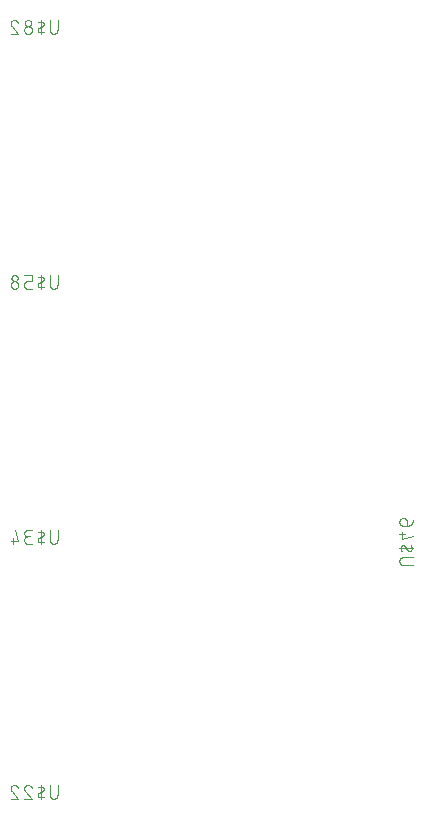
<source format=gbr>
G04 EAGLE Gerber X2 export*
%TF.Part,Single*%
%TF.FileFunction,Legend,Bot,1*%
%TF.FilePolarity,Positive*%
%TF.GenerationSoftware,Autodesk,EAGLE,9.2.2*%
%TF.CreationDate,2019-04-19T13:45:25Z*%
G75*
%MOMM*%
%FSLAX34Y34*%
%LPD*%
%INSilkscreen Bottom*%
%AMOC8*
5,1,8,0,0,1.08239X$1,22.5*%
G01*
%ADD10C,0.101600*%


D10*
X387417Y174118D02*
X387417Y165680D01*
X387418Y165680D02*
X387416Y165567D01*
X387410Y165454D01*
X387400Y165341D01*
X387386Y165228D01*
X387369Y165116D01*
X387347Y165005D01*
X387322Y164895D01*
X387292Y164785D01*
X387259Y164677D01*
X387222Y164570D01*
X387182Y164464D01*
X387137Y164360D01*
X387089Y164257D01*
X387038Y164156D01*
X386983Y164057D01*
X386925Y163960D01*
X386863Y163865D01*
X386798Y163772D01*
X386730Y163682D01*
X386659Y163594D01*
X386584Y163508D01*
X386507Y163425D01*
X386427Y163345D01*
X386344Y163268D01*
X386258Y163193D01*
X386170Y163122D01*
X386080Y163054D01*
X385987Y162989D01*
X385892Y162927D01*
X385795Y162869D01*
X385696Y162814D01*
X385595Y162763D01*
X385492Y162715D01*
X385388Y162670D01*
X385282Y162630D01*
X385175Y162593D01*
X385067Y162560D01*
X384957Y162530D01*
X384847Y162505D01*
X384736Y162483D01*
X384624Y162466D01*
X384511Y162452D01*
X384398Y162442D01*
X384285Y162436D01*
X384172Y162434D01*
X384059Y162436D01*
X383946Y162442D01*
X383833Y162452D01*
X383720Y162466D01*
X383608Y162483D01*
X383497Y162505D01*
X383387Y162530D01*
X383277Y162560D01*
X383169Y162593D01*
X383062Y162630D01*
X382956Y162670D01*
X382852Y162715D01*
X382749Y162763D01*
X382648Y162814D01*
X382549Y162869D01*
X382452Y162927D01*
X382357Y162989D01*
X382264Y163054D01*
X382174Y163122D01*
X382086Y163193D01*
X382000Y163268D01*
X381917Y163345D01*
X381837Y163425D01*
X381760Y163508D01*
X381685Y163594D01*
X381614Y163682D01*
X381546Y163772D01*
X381481Y163865D01*
X381419Y163960D01*
X381361Y164057D01*
X381306Y164156D01*
X381255Y164257D01*
X381207Y164360D01*
X381162Y164464D01*
X381122Y164570D01*
X381085Y164677D01*
X381052Y164785D01*
X381022Y164895D01*
X380997Y165005D01*
X380975Y165116D01*
X380958Y165228D01*
X380944Y165341D01*
X380934Y165454D01*
X380928Y165567D01*
X380926Y165680D01*
X380926Y174118D01*
X373123Y174118D02*
X373123Y162434D01*
X373123Y168276D02*
X374746Y169250D01*
X374746Y169249D02*
X374819Y169296D01*
X374890Y169345D01*
X374960Y169398D01*
X375026Y169454D01*
X375090Y169513D01*
X375152Y169574D01*
X375210Y169638D01*
X375266Y169705D01*
X375318Y169774D01*
X375368Y169846D01*
X375414Y169920D01*
X375457Y169995D01*
X375496Y170073D01*
X375532Y170152D01*
X375564Y170233D01*
X375593Y170315D01*
X375618Y170398D01*
X375639Y170482D01*
X375656Y170567D01*
X375670Y170653D01*
X375679Y170739D01*
X375685Y170826D01*
X375687Y170913D01*
X375685Y171000D01*
X375679Y171087D01*
X375669Y171173D01*
X375656Y171259D01*
X375638Y171344D01*
X375617Y171428D01*
X375592Y171511D01*
X375563Y171594D01*
X375531Y171674D01*
X375495Y171753D01*
X375456Y171831D01*
X375413Y171906D01*
X375366Y171980D01*
X375317Y172051D01*
X375264Y172121D01*
X375209Y172187D01*
X375150Y172251D01*
X375089Y172313D01*
X375024Y172372D01*
X374958Y172427D01*
X374889Y172480D01*
X374817Y172530D01*
X374744Y172576D01*
X374668Y172619D01*
X374591Y172658D01*
X374512Y172694D01*
X374431Y172727D01*
X374349Y172755D01*
X374266Y172781D01*
X374182Y172802D01*
X374096Y172819D01*
X374096Y172820D02*
X373956Y172844D01*
X373814Y172864D01*
X373673Y172880D01*
X373531Y172891D01*
X373388Y172899D01*
X373246Y172903D01*
X373103Y172904D01*
X372960Y172900D01*
X372818Y172892D01*
X372676Y172880D01*
X372534Y172864D01*
X372393Y172845D01*
X372252Y172821D01*
X372112Y172794D01*
X371973Y172762D01*
X371835Y172727D01*
X371697Y172688D01*
X371561Y172645D01*
X371427Y172599D01*
X371293Y172548D01*
X371161Y172495D01*
X371031Y172437D01*
X370902Y172376D01*
X370775Y172311D01*
X370649Y172243D01*
X370526Y172171D01*
X373123Y168276D02*
X371500Y167302D01*
X371500Y167303D02*
X371427Y167256D01*
X371356Y167207D01*
X371286Y167154D01*
X371220Y167098D01*
X371156Y167039D01*
X371094Y166978D01*
X371036Y166914D01*
X370980Y166847D01*
X370928Y166778D01*
X370878Y166706D01*
X370832Y166632D01*
X370789Y166557D01*
X370750Y166479D01*
X370714Y166400D01*
X370682Y166319D01*
X370653Y166237D01*
X370628Y166154D01*
X370607Y166070D01*
X370590Y165985D01*
X370576Y165899D01*
X370567Y165813D01*
X370561Y165726D01*
X370559Y165639D01*
X370561Y165552D01*
X370567Y165465D01*
X370577Y165379D01*
X370590Y165293D01*
X370608Y165208D01*
X370629Y165124D01*
X370654Y165041D01*
X370683Y164958D01*
X370715Y164878D01*
X370751Y164799D01*
X370790Y164721D01*
X370833Y164646D01*
X370880Y164572D01*
X370929Y164501D01*
X370982Y164431D01*
X371037Y164365D01*
X371096Y164301D01*
X371157Y164239D01*
X371222Y164180D01*
X371288Y164125D01*
X371357Y164072D01*
X371429Y164022D01*
X371502Y163976D01*
X371578Y163933D01*
X371655Y163894D01*
X371734Y163858D01*
X371815Y163825D01*
X371897Y163797D01*
X371980Y163771D01*
X372064Y163750D01*
X372149Y163733D01*
X372149Y163732D02*
X372289Y163708D01*
X372431Y163688D01*
X372572Y163672D01*
X372714Y163661D01*
X372857Y163653D01*
X372999Y163649D01*
X373142Y163648D01*
X373285Y163652D01*
X373427Y163660D01*
X373569Y163672D01*
X373711Y163688D01*
X373852Y163707D01*
X373993Y163731D01*
X374133Y163758D01*
X374272Y163790D01*
X374410Y163825D01*
X374548Y163864D01*
X374684Y163907D01*
X374818Y163953D01*
X374952Y164004D01*
X375084Y164057D01*
X375215Y164115D01*
X375343Y164176D01*
X375470Y164241D01*
X375596Y164309D01*
X375719Y164381D01*
X362130Y174118D02*
X362023Y174116D01*
X361917Y174110D01*
X361811Y174100D01*
X361705Y174087D01*
X361599Y174069D01*
X361495Y174048D01*
X361391Y174023D01*
X361288Y173994D01*
X361187Y173962D01*
X361087Y173925D01*
X360988Y173885D01*
X360890Y173842D01*
X360794Y173795D01*
X360700Y173744D01*
X360608Y173690D01*
X360518Y173633D01*
X360430Y173573D01*
X360345Y173509D01*
X360262Y173442D01*
X360181Y173372D01*
X360103Y173300D01*
X360027Y173224D01*
X359955Y173146D01*
X359885Y173065D01*
X359818Y172982D01*
X359754Y172897D01*
X359694Y172809D01*
X359637Y172719D01*
X359583Y172627D01*
X359532Y172533D01*
X359485Y172437D01*
X359442Y172339D01*
X359402Y172240D01*
X359365Y172140D01*
X359333Y172039D01*
X359304Y171936D01*
X359279Y171832D01*
X359258Y171728D01*
X359240Y171622D01*
X359227Y171516D01*
X359217Y171410D01*
X359211Y171304D01*
X359209Y171197D01*
X362130Y174118D02*
X362251Y174116D01*
X362372Y174110D01*
X362492Y174100D01*
X362613Y174087D01*
X362732Y174069D01*
X362852Y174048D01*
X362970Y174023D01*
X363087Y173994D01*
X363204Y173961D01*
X363319Y173925D01*
X363433Y173884D01*
X363546Y173841D01*
X363658Y173793D01*
X363767Y173742D01*
X363875Y173687D01*
X363982Y173629D01*
X364086Y173568D01*
X364188Y173503D01*
X364288Y173435D01*
X364386Y173364D01*
X364482Y173290D01*
X364575Y173213D01*
X364665Y173132D01*
X364753Y173049D01*
X364838Y172963D01*
X364921Y172874D01*
X365000Y172783D01*
X365077Y172689D01*
X365150Y172593D01*
X365220Y172495D01*
X365287Y172394D01*
X365351Y172291D01*
X365412Y172186D01*
X365469Y172079D01*
X365522Y171971D01*
X365572Y171861D01*
X365618Y171749D01*
X365661Y171636D01*
X365700Y171521D01*
X360184Y168925D02*
X360105Y169003D01*
X360029Y169083D01*
X359956Y169166D01*
X359886Y169252D01*
X359819Y169339D01*
X359755Y169430D01*
X359695Y169522D01*
X359637Y169616D01*
X359583Y169713D01*
X359533Y169811D01*
X359486Y169911D01*
X359442Y170012D01*
X359402Y170115D01*
X359366Y170220D01*
X359334Y170325D01*
X359305Y170432D01*
X359280Y170539D01*
X359258Y170648D01*
X359241Y170757D01*
X359227Y170866D01*
X359218Y170976D01*
X359212Y171087D01*
X359210Y171197D01*
X360183Y168925D02*
X365700Y162434D01*
X359209Y162434D01*
X347779Y171197D02*
X347781Y171304D01*
X347787Y171410D01*
X347797Y171516D01*
X347810Y171622D01*
X347828Y171728D01*
X347849Y171832D01*
X347874Y171936D01*
X347903Y172039D01*
X347935Y172140D01*
X347972Y172240D01*
X348012Y172339D01*
X348055Y172437D01*
X348102Y172533D01*
X348153Y172627D01*
X348207Y172719D01*
X348264Y172809D01*
X348324Y172897D01*
X348388Y172982D01*
X348455Y173065D01*
X348525Y173146D01*
X348597Y173224D01*
X348673Y173300D01*
X348751Y173372D01*
X348832Y173442D01*
X348915Y173509D01*
X349000Y173573D01*
X349088Y173633D01*
X349178Y173690D01*
X349270Y173744D01*
X349364Y173795D01*
X349460Y173842D01*
X349558Y173885D01*
X349657Y173925D01*
X349757Y173962D01*
X349858Y173994D01*
X349961Y174023D01*
X350065Y174048D01*
X350169Y174069D01*
X350275Y174087D01*
X350381Y174100D01*
X350487Y174110D01*
X350593Y174116D01*
X350700Y174118D01*
X350821Y174116D01*
X350942Y174110D01*
X351062Y174100D01*
X351183Y174087D01*
X351302Y174069D01*
X351422Y174048D01*
X351540Y174023D01*
X351657Y173994D01*
X351774Y173961D01*
X351889Y173925D01*
X352003Y173884D01*
X352116Y173841D01*
X352228Y173793D01*
X352337Y173742D01*
X352445Y173687D01*
X352552Y173629D01*
X352656Y173568D01*
X352758Y173503D01*
X352858Y173435D01*
X352956Y173364D01*
X353052Y173290D01*
X353145Y173213D01*
X353235Y173132D01*
X353323Y173049D01*
X353408Y172963D01*
X353491Y172874D01*
X353570Y172783D01*
X353647Y172689D01*
X353720Y172593D01*
X353790Y172495D01*
X353857Y172394D01*
X353921Y172291D01*
X353982Y172186D01*
X354039Y172079D01*
X354092Y171971D01*
X354142Y171861D01*
X354188Y171749D01*
X354231Y171636D01*
X354270Y171521D01*
X348754Y168925D02*
X348675Y169003D01*
X348599Y169083D01*
X348526Y169166D01*
X348456Y169252D01*
X348389Y169339D01*
X348325Y169430D01*
X348265Y169522D01*
X348207Y169616D01*
X348153Y169713D01*
X348103Y169811D01*
X348056Y169911D01*
X348012Y170012D01*
X347972Y170115D01*
X347936Y170220D01*
X347904Y170325D01*
X347875Y170432D01*
X347850Y170539D01*
X347828Y170648D01*
X347811Y170757D01*
X347797Y170866D01*
X347788Y170976D01*
X347782Y171087D01*
X347780Y171197D01*
X348753Y168925D02*
X354270Y162434D01*
X347779Y162434D01*
X387417Y381580D02*
X387417Y390018D01*
X387418Y381580D02*
X387416Y381467D01*
X387410Y381354D01*
X387400Y381241D01*
X387386Y381128D01*
X387369Y381016D01*
X387347Y380905D01*
X387322Y380795D01*
X387292Y380685D01*
X387259Y380577D01*
X387222Y380470D01*
X387182Y380364D01*
X387137Y380260D01*
X387089Y380157D01*
X387038Y380056D01*
X386983Y379957D01*
X386925Y379860D01*
X386863Y379765D01*
X386798Y379672D01*
X386730Y379582D01*
X386659Y379494D01*
X386584Y379408D01*
X386507Y379325D01*
X386427Y379245D01*
X386344Y379168D01*
X386258Y379093D01*
X386170Y379022D01*
X386080Y378954D01*
X385987Y378889D01*
X385892Y378827D01*
X385795Y378769D01*
X385696Y378714D01*
X385595Y378663D01*
X385492Y378615D01*
X385388Y378570D01*
X385282Y378530D01*
X385175Y378493D01*
X385067Y378460D01*
X384957Y378430D01*
X384847Y378405D01*
X384736Y378383D01*
X384624Y378366D01*
X384511Y378352D01*
X384398Y378342D01*
X384285Y378336D01*
X384172Y378334D01*
X384059Y378336D01*
X383946Y378342D01*
X383833Y378352D01*
X383720Y378366D01*
X383608Y378383D01*
X383497Y378405D01*
X383387Y378430D01*
X383277Y378460D01*
X383169Y378493D01*
X383062Y378530D01*
X382956Y378570D01*
X382852Y378615D01*
X382749Y378663D01*
X382648Y378714D01*
X382549Y378769D01*
X382452Y378827D01*
X382357Y378889D01*
X382264Y378954D01*
X382174Y379022D01*
X382086Y379093D01*
X382000Y379168D01*
X381917Y379245D01*
X381837Y379325D01*
X381760Y379408D01*
X381685Y379494D01*
X381614Y379582D01*
X381546Y379672D01*
X381481Y379765D01*
X381419Y379860D01*
X381361Y379957D01*
X381306Y380056D01*
X381255Y380157D01*
X381207Y380260D01*
X381162Y380364D01*
X381122Y380470D01*
X381085Y380577D01*
X381052Y380685D01*
X381022Y380795D01*
X380997Y380905D01*
X380975Y381016D01*
X380958Y381128D01*
X380944Y381241D01*
X380934Y381354D01*
X380928Y381467D01*
X380926Y381580D01*
X380926Y390018D01*
X373123Y390018D02*
X373123Y378334D01*
X373123Y384176D02*
X374746Y385150D01*
X374746Y385149D02*
X374819Y385196D01*
X374890Y385245D01*
X374960Y385298D01*
X375026Y385354D01*
X375090Y385413D01*
X375152Y385474D01*
X375210Y385538D01*
X375266Y385605D01*
X375318Y385674D01*
X375368Y385746D01*
X375414Y385820D01*
X375457Y385895D01*
X375496Y385973D01*
X375532Y386052D01*
X375564Y386133D01*
X375593Y386215D01*
X375618Y386298D01*
X375639Y386382D01*
X375656Y386467D01*
X375670Y386553D01*
X375679Y386639D01*
X375685Y386726D01*
X375687Y386813D01*
X375685Y386900D01*
X375679Y386987D01*
X375669Y387073D01*
X375656Y387159D01*
X375638Y387244D01*
X375617Y387328D01*
X375592Y387411D01*
X375563Y387494D01*
X375531Y387574D01*
X375495Y387653D01*
X375456Y387731D01*
X375413Y387806D01*
X375366Y387880D01*
X375317Y387951D01*
X375264Y388021D01*
X375209Y388087D01*
X375150Y388151D01*
X375089Y388213D01*
X375024Y388272D01*
X374958Y388327D01*
X374889Y388380D01*
X374817Y388430D01*
X374744Y388476D01*
X374668Y388519D01*
X374591Y388558D01*
X374512Y388594D01*
X374431Y388627D01*
X374349Y388655D01*
X374266Y388681D01*
X374182Y388702D01*
X374096Y388719D01*
X374096Y388720D02*
X373956Y388744D01*
X373814Y388764D01*
X373673Y388780D01*
X373531Y388791D01*
X373388Y388799D01*
X373246Y388803D01*
X373103Y388804D01*
X372960Y388800D01*
X372818Y388792D01*
X372676Y388780D01*
X372534Y388764D01*
X372393Y388745D01*
X372252Y388721D01*
X372112Y388694D01*
X371973Y388662D01*
X371835Y388627D01*
X371697Y388588D01*
X371561Y388545D01*
X371427Y388499D01*
X371293Y388448D01*
X371161Y388395D01*
X371031Y388337D01*
X370902Y388276D01*
X370775Y388211D01*
X370649Y388143D01*
X370526Y388071D01*
X373123Y384176D02*
X371500Y383202D01*
X371500Y383203D02*
X371427Y383156D01*
X371356Y383107D01*
X371286Y383054D01*
X371220Y382998D01*
X371156Y382939D01*
X371094Y382878D01*
X371036Y382814D01*
X370980Y382747D01*
X370928Y382678D01*
X370878Y382606D01*
X370832Y382532D01*
X370789Y382457D01*
X370750Y382379D01*
X370714Y382300D01*
X370682Y382219D01*
X370653Y382137D01*
X370628Y382054D01*
X370607Y381970D01*
X370590Y381885D01*
X370576Y381799D01*
X370567Y381713D01*
X370561Y381626D01*
X370559Y381539D01*
X370561Y381452D01*
X370567Y381365D01*
X370577Y381279D01*
X370590Y381193D01*
X370608Y381108D01*
X370629Y381024D01*
X370654Y380941D01*
X370683Y380858D01*
X370715Y380778D01*
X370751Y380699D01*
X370790Y380621D01*
X370833Y380546D01*
X370880Y380472D01*
X370929Y380401D01*
X370982Y380331D01*
X371037Y380265D01*
X371096Y380201D01*
X371157Y380139D01*
X371222Y380080D01*
X371288Y380025D01*
X371357Y379972D01*
X371429Y379922D01*
X371502Y379876D01*
X371578Y379833D01*
X371655Y379794D01*
X371734Y379758D01*
X371815Y379725D01*
X371897Y379697D01*
X371980Y379671D01*
X372064Y379650D01*
X372149Y379633D01*
X372149Y379632D02*
X372289Y379608D01*
X372431Y379588D01*
X372572Y379572D01*
X372714Y379561D01*
X372857Y379553D01*
X372999Y379549D01*
X373142Y379548D01*
X373285Y379552D01*
X373427Y379560D01*
X373569Y379572D01*
X373711Y379588D01*
X373852Y379607D01*
X373993Y379631D01*
X374133Y379658D01*
X374272Y379690D01*
X374410Y379725D01*
X374548Y379764D01*
X374684Y379807D01*
X374818Y379853D01*
X374952Y379904D01*
X375084Y379957D01*
X375215Y380015D01*
X375343Y380076D01*
X375470Y380141D01*
X375596Y380209D01*
X375719Y380281D01*
X365700Y378334D02*
X362455Y378334D01*
X362342Y378336D01*
X362229Y378342D01*
X362116Y378352D01*
X362003Y378366D01*
X361891Y378383D01*
X361780Y378405D01*
X361670Y378430D01*
X361560Y378460D01*
X361452Y378493D01*
X361345Y378530D01*
X361239Y378570D01*
X361135Y378615D01*
X361032Y378663D01*
X360931Y378714D01*
X360832Y378769D01*
X360735Y378827D01*
X360640Y378889D01*
X360547Y378954D01*
X360457Y379022D01*
X360369Y379093D01*
X360283Y379168D01*
X360200Y379245D01*
X360120Y379325D01*
X360043Y379408D01*
X359968Y379494D01*
X359897Y379582D01*
X359829Y379672D01*
X359764Y379765D01*
X359702Y379860D01*
X359644Y379957D01*
X359589Y380056D01*
X359538Y380157D01*
X359490Y380260D01*
X359445Y380364D01*
X359405Y380470D01*
X359368Y380577D01*
X359335Y380685D01*
X359305Y380795D01*
X359280Y380905D01*
X359258Y381016D01*
X359241Y381128D01*
X359227Y381241D01*
X359217Y381354D01*
X359211Y381467D01*
X359209Y381580D01*
X359211Y381693D01*
X359217Y381806D01*
X359227Y381919D01*
X359241Y382032D01*
X359258Y382144D01*
X359280Y382255D01*
X359305Y382365D01*
X359335Y382475D01*
X359368Y382583D01*
X359405Y382690D01*
X359445Y382796D01*
X359490Y382900D01*
X359538Y383003D01*
X359589Y383104D01*
X359644Y383203D01*
X359702Y383300D01*
X359764Y383395D01*
X359829Y383488D01*
X359897Y383578D01*
X359968Y383666D01*
X360043Y383752D01*
X360120Y383835D01*
X360200Y383915D01*
X360283Y383992D01*
X360369Y384067D01*
X360457Y384138D01*
X360547Y384206D01*
X360640Y384271D01*
X360735Y384333D01*
X360832Y384391D01*
X360931Y384446D01*
X361032Y384497D01*
X361135Y384545D01*
X361239Y384590D01*
X361345Y384630D01*
X361452Y384667D01*
X361560Y384700D01*
X361670Y384730D01*
X361780Y384755D01*
X361891Y384777D01*
X362003Y384794D01*
X362116Y384808D01*
X362229Y384818D01*
X362342Y384824D01*
X362455Y384826D01*
X361806Y390018D02*
X365700Y390018D01*
X361806Y390018D02*
X361705Y390016D01*
X361605Y390010D01*
X361505Y390000D01*
X361405Y389987D01*
X361306Y389969D01*
X361207Y389948D01*
X361110Y389923D01*
X361013Y389894D01*
X360918Y389861D01*
X360824Y389825D01*
X360732Y389785D01*
X360641Y389742D01*
X360552Y389695D01*
X360465Y389645D01*
X360379Y389591D01*
X360296Y389534D01*
X360216Y389474D01*
X360137Y389411D01*
X360061Y389344D01*
X359988Y389275D01*
X359918Y389203D01*
X359850Y389129D01*
X359785Y389052D01*
X359724Y388972D01*
X359665Y388890D01*
X359610Y388806D01*
X359558Y388720D01*
X359509Y388632D01*
X359464Y388542D01*
X359422Y388450D01*
X359384Y388357D01*
X359350Y388262D01*
X359319Y388167D01*
X359292Y388070D01*
X359269Y387972D01*
X359249Y387873D01*
X359234Y387773D01*
X359222Y387673D01*
X359214Y387573D01*
X359210Y387472D01*
X359210Y387372D01*
X359214Y387271D01*
X359222Y387171D01*
X359234Y387071D01*
X359249Y386971D01*
X359269Y386872D01*
X359292Y386774D01*
X359319Y386677D01*
X359350Y386582D01*
X359384Y386487D01*
X359422Y386394D01*
X359464Y386302D01*
X359509Y386212D01*
X359558Y386124D01*
X359610Y386038D01*
X359665Y385954D01*
X359724Y385872D01*
X359785Y385792D01*
X359850Y385715D01*
X359918Y385641D01*
X359988Y385569D01*
X360061Y385500D01*
X360137Y385433D01*
X360216Y385370D01*
X360296Y385310D01*
X360379Y385253D01*
X360465Y385199D01*
X360552Y385149D01*
X360641Y385102D01*
X360732Y385059D01*
X360824Y385019D01*
X360918Y384983D01*
X361013Y384950D01*
X361110Y384921D01*
X361207Y384896D01*
X361306Y384875D01*
X361405Y384857D01*
X361505Y384844D01*
X361605Y384834D01*
X361705Y384828D01*
X361806Y384826D01*
X361806Y384825D02*
X364402Y384825D01*
X354270Y380931D02*
X351674Y390018D01*
X354270Y380931D02*
X347779Y380931D01*
X349727Y383527D02*
X349727Y378334D01*
X387417Y597480D02*
X387417Y605918D01*
X387418Y597480D02*
X387416Y597367D01*
X387410Y597254D01*
X387400Y597141D01*
X387386Y597028D01*
X387369Y596916D01*
X387347Y596805D01*
X387322Y596695D01*
X387292Y596585D01*
X387259Y596477D01*
X387222Y596370D01*
X387182Y596264D01*
X387137Y596160D01*
X387089Y596057D01*
X387038Y595956D01*
X386983Y595857D01*
X386925Y595760D01*
X386863Y595665D01*
X386798Y595572D01*
X386730Y595482D01*
X386659Y595394D01*
X386584Y595308D01*
X386507Y595225D01*
X386427Y595145D01*
X386344Y595068D01*
X386258Y594993D01*
X386170Y594922D01*
X386080Y594854D01*
X385987Y594789D01*
X385892Y594727D01*
X385795Y594669D01*
X385696Y594614D01*
X385595Y594563D01*
X385492Y594515D01*
X385388Y594470D01*
X385282Y594430D01*
X385175Y594393D01*
X385067Y594360D01*
X384957Y594330D01*
X384847Y594305D01*
X384736Y594283D01*
X384624Y594266D01*
X384511Y594252D01*
X384398Y594242D01*
X384285Y594236D01*
X384172Y594234D01*
X384059Y594236D01*
X383946Y594242D01*
X383833Y594252D01*
X383720Y594266D01*
X383608Y594283D01*
X383497Y594305D01*
X383387Y594330D01*
X383277Y594360D01*
X383169Y594393D01*
X383062Y594430D01*
X382956Y594470D01*
X382852Y594515D01*
X382749Y594563D01*
X382648Y594614D01*
X382549Y594669D01*
X382452Y594727D01*
X382357Y594789D01*
X382264Y594854D01*
X382174Y594922D01*
X382086Y594993D01*
X382000Y595068D01*
X381917Y595145D01*
X381837Y595225D01*
X381760Y595308D01*
X381685Y595394D01*
X381614Y595482D01*
X381546Y595572D01*
X381481Y595665D01*
X381419Y595760D01*
X381361Y595857D01*
X381306Y595956D01*
X381255Y596057D01*
X381207Y596160D01*
X381162Y596264D01*
X381122Y596370D01*
X381085Y596477D01*
X381052Y596585D01*
X381022Y596695D01*
X380997Y596805D01*
X380975Y596916D01*
X380958Y597028D01*
X380944Y597141D01*
X380934Y597254D01*
X380928Y597367D01*
X380926Y597480D01*
X380926Y605918D01*
X373123Y605918D02*
X373123Y594234D01*
X373123Y600076D02*
X374746Y601050D01*
X374746Y601049D02*
X374819Y601096D01*
X374890Y601145D01*
X374960Y601198D01*
X375026Y601254D01*
X375090Y601313D01*
X375152Y601374D01*
X375210Y601438D01*
X375266Y601505D01*
X375318Y601574D01*
X375368Y601646D01*
X375414Y601720D01*
X375457Y601795D01*
X375496Y601873D01*
X375532Y601952D01*
X375564Y602033D01*
X375593Y602115D01*
X375618Y602198D01*
X375639Y602282D01*
X375656Y602367D01*
X375670Y602453D01*
X375679Y602539D01*
X375685Y602626D01*
X375687Y602713D01*
X375685Y602800D01*
X375679Y602887D01*
X375669Y602973D01*
X375656Y603059D01*
X375638Y603144D01*
X375617Y603228D01*
X375592Y603311D01*
X375563Y603394D01*
X375531Y603474D01*
X375495Y603553D01*
X375456Y603631D01*
X375413Y603706D01*
X375366Y603780D01*
X375317Y603851D01*
X375264Y603921D01*
X375209Y603987D01*
X375150Y604051D01*
X375089Y604113D01*
X375024Y604172D01*
X374958Y604227D01*
X374889Y604280D01*
X374817Y604330D01*
X374744Y604376D01*
X374668Y604419D01*
X374591Y604458D01*
X374512Y604494D01*
X374431Y604527D01*
X374349Y604555D01*
X374266Y604581D01*
X374182Y604602D01*
X374096Y604619D01*
X374096Y604620D02*
X373956Y604644D01*
X373814Y604664D01*
X373673Y604680D01*
X373531Y604691D01*
X373388Y604699D01*
X373246Y604703D01*
X373103Y604704D01*
X372960Y604700D01*
X372818Y604692D01*
X372676Y604680D01*
X372534Y604664D01*
X372393Y604645D01*
X372252Y604621D01*
X372112Y604594D01*
X371973Y604562D01*
X371835Y604527D01*
X371697Y604488D01*
X371561Y604445D01*
X371427Y604399D01*
X371293Y604348D01*
X371161Y604295D01*
X371031Y604237D01*
X370902Y604176D01*
X370775Y604111D01*
X370649Y604043D01*
X370526Y603971D01*
X373123Y600076D02*
X371500Y599102D01*
X371500Y599103D02*
X371427Y599056D01*
X371356Y599007D01*
X371286Y598954D01*
X371220Y598898D01*
X371156Y598839D01*
X371094Y598778D01*
X371036Y598714D01*
X370980Y598647D01*
X370928Y598578D01*
X370878Y598506D01*
X370832Y598432D01*
X370789Y598357D01*
X370750Y598279D01*
X370714Y598200D01*
X370682Y598119D01*
X370653Y598037D01*
X370628Y597954D01*
X370607Y597870D01*
X370590Y597785D01*
X370576Y597699D01*
X370567Y597613D01*
X370561Y597526D01*
X370559Y597439D01*
X370561Y597352D01*
X370567Y597265D01*
X370577Y597179D01*
X370590Y597093D01*
X370608Y597008D01*
X370629Y596924D01*
X370654Y596841D01*
X370683Y596758D01*
X370715Y596678D01*
X370751Y596599D01*
X370790Y596521D01*
X370833Y596446D01*
X370880Y596372D01*
X370929Y596301D01*
X370982Y596231D01*
X371037Y596165D01*
X371096Y596101D01*
X371157Y596039D01*
X371222Y595980D01*
X371288Y595925D01*
X371357Y595872D01*
X371429Y595822D01*
X371502Y595776D01*
X371578Y595733D01*
X371655Y595694D01*
X371734Y595658D01*
X371815Y595625D01*
X371897Y595597D01*
X371980Y595571D01*
X372064Y595550D01*
X372149Y595533D01*
X372149Y595532D02*
X372289Y595508D01*
X372431Y595488D01*
X372572Y595472D01*
X372714Y595461D01*
X372857Y595453D01*
X372999Y595449D01*
X373142Y595448D01*
X373285Y595452D01*
X373427Y595460D01*
X373569Y595472D01*
X373711Y595488D01*
X373852Y595507D01*
X373993Y595531D01*
X374133Y595558D01*
X374272Y595590D01*
X374410Y595625D01*
X374548Y595664D01*
X374684Y595707D01*
X374818Y595753D01*
X374952Y595804D01*
X375084Y595857D01*
X375215Y595915D01*
X375343Y595976D01*
X375470Y596041D01*
X375596Y596109D01*
X375719Y596181D01*
X365700Y594234D02*
X361806Y594234D01*
X361806Y594235D02*
X361707Y594237D01*
X361607Y594243D01*
X361508Y594252D01*
X361410Y594265D01*
X361312Y594282D01*
X361214Y594303D01*
X361118Y594328D01*
X361023Y594356D01*
X360929Y594388D01*
X360836Y594423D01*
X360744Y594462D01*
X360654Y594505D01*
X360566Y594550D01*
X360479Y594600D01*
X360395Y594652D01*
X360312Y594708D01*
X360232Y594766D01*
X360154Y594828D01*
X360079Y594893D01*
X360006Y594961D01*
X359936Y595031D01*
X359868Y595104D01*
X359803Y595179D01*
X359741Y595257D01*
X359683Y595337D01*
X359627Y595420D01*
X359575Y595504D01*
X359525Y595591D01*
X359480Y595679D01*
X359437Y595769D01*
X359398Y595861D01*
X359363Y595954D01*
X359331Y596048D01*
X359303Y596143D01*
X359278Y596239D01*
X359257Y596337D01*
X359240Y596435D01*
X359227Y596533D01*
X359218Y596632D01*
X359212Y596732D01*
X359210Y596831D01*
X359209Y596831D02*
X359209Y598129D01*
X359210Y598129D02*
X359212Y598228D01*
X359218Y598328D01*
X359227Y598427D01*
X359240Y598525D01*
X359257Y598623D01*
X359278Y598721D01*
X359303Y598817D01*
X359331Y598912D01*
X359363Y599006D01*
X359398Y599099D01*
X359437Y599191D01*
X359480Y599281D01*
X359525Y599369D01*
X359575Y599456D01*
X359627Y599540D01*
X359683Y599623D01*
X359741Y599703D01*
X359803Y599781D01*
X359868Y599856D01*
X359936Y599929D01*
X360006Y599999D01*
X360079Y600067D01*
X360154Y600132D01*
X360232Y600194D01*
X360312Y600252D01*
X360395Y600308D01*
X360479Y600360D01*
X360566Y600410D01*
X360654Y600455D01*
X360744Y600498D01*
X360836Y600537D01*
X360929Y600572D01*
X361023Y600604D01*
X361118Y600632D01*
X361214Y600657D01*
X361312Y600678D01*
X361410Y600695D01*
X361508Y600708D01*
X361607Y600717D01*
X361707Y600723D01*
X361806Y600725D01*
X365700Y600725D01*
X365700Y605918D01*
X359209Y605918D01*
X354271Y597480D02*
X354269Y597593D01*
X354263Y597706D01*
X354253Y597819D01*
X354239Y597932D01*
X354222Y598044D01*
X354200Y598155D01*
X354175Y598265D01*
X354145Y598375D01*
X354112Y598483D01*
X354075Y598590D01*
X354035Y598696D01*
X353990Y598800D01*
X353942Y598903D01*
X353891Y599004D01*
X353836Y599103D01*
X353778Y599200D01*
X353716Y599295D01*
X353651Y599388D01*
X353583Y599478D01*
X353512Y599566D01*
X353437Y599652D01*
X353360Y599735D01*
X353280Y599815D01*
X353197Y599892D01*
X353111Y599967D01*
X353023Y600038D01*
X352933Y600106D01*
X352840Y600171D01*
X352745Y600233D01*
X352648Y600291D01*
X352549Y600346D01*
X352448Y600397D01*
X352345Y600445D01*
X352241Y600490D01*
X352135Y600530D01*
X352028Y600567D01*
X351920Y600600D01*
X351810Y600630D01*
X351700Y600655D01*
X351589Y600677D01*
X351477Y600694D01*
X351364Y600708D01*
X351251Y600718D01*
X351138Y600724D01*
X351025Y600726D01*
X350912Y600724D01*
X350799Y600718D01*
X350686Y600708D01*
X350573Y600694D01*
X350461Y600677D01*
X350350Y600655D01*
X350240Y600630D01*
X350130Y600600D01*
X350022Y600567D01*
X349915Y600530D01*
X349809Y600490D01*
X349705Y600445D01*
X349602Y600397D01*
X349501Y600346D01*
X349402Y600291D01*
X349305Y600233D01*
X349210Y600171D01*
X349117Y600106D01*
X349027Y600038D01*
X348939Y599967D01*
X348853Y599892D01*
X348770Y599815D01*
X348690Y599735D01*
X348613Y599652D01*
X348538Y599566D01*
X348467Y599478D01*
X348399Y599388D01*
X348334Y599295D01*
X348272Y599200D01*
X348214Y599103D01*
X348159Y599004D01*
X348108Y598903D01*
X348060Y598800D01*
X348015Y598696D01*
X347975Y598590D01*
X347938Y598483D01*
X347905Y598375D01*
X347875Y598265D01*
X347850Y598155D01*
X347828Y598044D01*
X347811Y597932D01*
X347797Y597819D01*
X347787Y597706D01*
X347781Y597593D01*
X347779Y597480D01*
X347781Y597367D01*
X347787Y597254D01*
X347797Y597141D01*
X347811Y597028D01*
X347828Y596916D01*
X347850Y596805D01*
X347875Y596695D01*
X347905Y596585D01*
X347938Y596477D01*
X347975Y596370D01*
X348015Y596264D01*
X348060Y596160D01*
X348108Y596057D01*
X348159Y595956D01*
X348214Y595857D01*
X348272Y595760D01*
X348334Y595665D01*
X348399Y595572D01*
X348467Y595482D01*
X348538Y595394D01*
X348613Y595308D01*
X348690Y595225D01*
X348770Y595145D01*
X348853Y595068D01*
X348939Y594993D01*
X349027Y594922D01*
X349117Y594854D01*
X349210Y594789D01*
X349305Y594727D01*
X349402Y594669D01*
X349501Y594614D01*
X349602Y594563D01*
X349705Y594515D01*
X349809Y594470D01*
X349915Y594430D01*
X350022Y594393D01*
X350130Y594360D01*
X350240Y594330D01*
X350350Y594305D01*
X350461Y594283D01*
X350573Y594266D01*
X350686Y594252D01*
X350799Y594242D01*
X350912Y594236D01*
X351025Y594234D01*
X351138Y594236D01*
X351251Y594242D01*
X351364Y594252D01*
X351477Y594266D01*
X351589Y594283D01*
X351700Y594305D01*
X351810Y594330D01*
X351920Y594360D01*
X352028Y594393D01*
X352135Y594430D01*
X352241Y594470D01*
X352345Y594515D01*
X352448Y594563D01*
X352549Y594614D01*
X352648Y594669D01*
X352745Y594727D01*
X352840Y594789D01*
X352933Y594854D01*
X353023Y594922D01*
X353111Y594993D01*
X353197Y595068D01*
X353280Y595145D01*
X353360Y595225D01*
X353437Y595308D01*
X353512Y595394D01*
X353583Y595482D01*
X353651Y595572D01*
X353716Y595665D01*
X353778Y595760D01*
X353836Y595857D01*
X353891Y595956D01*
X353942Y596057D01*
X353990Y596160D01*
X354035Y596264D01*
X354075Y596370D01*
X354112Y596477D01*
X354145Y596585D01*
X354175Y596695D01*
X354200Y596805D01*
X354222Y596916D01*
X354239Y597028D01*
X354253Y597141D01*
X354263Y597254D01*
X354269Y597367D01*
X354271Y597480D01*
X353621Y603322D02*
X353619Y603423D01*
X353613Y603523D01*
X353603Y603623D01*
X353590Y603723D01*
X353572Y603822D01*
X353551Y603921D01*
X353526Y604018D01*
X353497Y604115D01*
X353464Y604210D01*
X353428Y604304D01*
X353388Y604396D01*
X353345Y604487D01*
X353298Y604576D01*
X353248Y604663D01*
X353194Y604749D01*
X353137Y604832D01*
X353077Y604912D01*
X353014Y604991D01*
X352947Y605067D01*
X352878Y605140D01*
X352806Y605210D01*
X352732Y605278D01*
X352655Y605343D01*
X352575Y605404D01*
X352493Y605463D01*
X352409Y605518D01*
X352323Y605570D01*
X352235Y605619D01*
X352145Y605664D01*
X352053Y605706D01*
X351960Y605744D01*
X351865Y605778D01*
X351770Y605809D01*
X351673Y605836D01*
X351575Y605859D01*
X351476Y605879D01*
X351376Y605894D01*
X351276Y605906D01*
X351176Y605914D01*
X351075Y605918D01*
X350975Y605918D01*
X350874Y605914D01*
X350774Y605906D01*
X350674Y605894D01*
X350574Y605879D01*
X350475Y605859D01*
X350377Y605836D01*
X350280Y605809D01*
X350185Y605778D01*
X350090Y605744D01*
X349997Y605706D01*
X349905Y605664D01*
X349815Y605619D01*
X349727Y605570D01*
X349641Y605518D01*
X349557Y605463D01*
X349475Y605404D01*
X349395Y605343D01*
X349318Y605278D01*
X349244Y605210D01*
X349172Y605140D01*
X349103Y605067D01*
X349036Y604991D01*
X348973Y604912D01*
X348913Y604832D01*
X348856Y604749D01*
X348802Y604663D01*
X348752Y604576D01*
X348705Y604487D01*
X348662Y604396D01*
X348622Y604304D01*
X348586Y604210D01*
X348553Y604115D01*
X348524Y604018D01*
X348499Y603921D01*
X348478Y603822D01*
X348460Y603723D01*
X348447Y603623D01*
X348437Y603523D01*
X348431Y603423D01*
X348429Y603322D01*
X348431Y603221D01*
X348437Y603121D01*
X348447Y603021D01*
X348460Y602921D01*
X348478Y602822D01*
X348499Y602723D01*
X348524Y602626D01*
X348553Y602529D01*
X348586Y602434D01*
X348622Y602340D01*
X348662Y602248D01*
X348705Y602157D01*
X348752Y602068D01*
X348802Y601981D01*
X348856Y601895D01*
X348913Y601812D01*
X348973Y601732D01*
X349036Y601653D01*
X349103Y601577D01*
X349172Y601504D01*
X349244Y601434D01*
X349318Y601366D01*
X349395Y601301D01*
X349475Y601240D01*
X349557Y601181D01*
X349641Y601126D01*
X349727Y601074D01*
X349815Y601025D01*
X349905Y600980D01*
X349997Y600938D01*
X350090Y600900D01*
X350185Y600866D01*
X350280Y600835D01*
X350377Y600808D01*
X350475Y600785D01*
X350574Y600765D01*
X350674Y600750D01*
X350774Y600738D01*
X350874Y600730D01*
X350975Y600726D01*
X351075Y600726D01*
X351176Y600730D01*
X351276Y600738D01*
X351376Y600750D01*
X351476Y600765D01*
X351575Y600785D01*
X351673Y600808D01*
X351770Y600835D01*
X351865Y600866D01*
X351960Y600900D01*
X352053Y600938D01*
X352145Y600980D01*
X352235Y601025D01*
X352323Y601074D01*
X352409Y601126D01*
X352493Y601181D01*
X352575Y601240D01*
X352655Y601301D01*
X352732Y601366D01*
X352806Y601434D01*
X352878Y601504D01*
X352947Y601577D01*
X353014Y601653D01*
X353077Y601732D01*
X353137Y601812D01*
X353194Y601895D01*
X353248Y601981D01*
X353298Y602068D01*
X353345Y602157D01*
X353388Y602248D01*
X353428Y602340D01*
X353464Y602434D01*
X353497Y602529D01*
X353526Y602626D01*
X353551Y602723D01*
X353572Y602822D01*
X353590Y602921D01*
X353603Y603021D01*
X353613Y603121D01*
X353619Y603221D01*
X353621Y603322D01*
X387417Y813380D02*
X387417Y821818D01*
X387418Y813380D02*
X387416Y813267D01*
X387410Y813154D01*
X387400Y813041D01*
X387386Y812928D01*
X387369Y812816D01*
X387347Y812705D01*
X387322Y812595D01*
X387292Y812485D01*
X387259Y812377D01*
X387222Y812270D01*
X387182Y812164D01*
X387137Y812060D01*
X387089Y811957D01*
X387038Y811856D01*
X386983Y811757D01*
X386925Y811660D01*
X386863Y811565D01*
X386798Y811472D01*
X386730Y811382D01*
X386659Y811294D01*
X386584Y811208D01*
X386507Y811125D01*
X386427Y811045D01*
X386344Y810968D01*
X386258Y810893D01*
X386170Y810822D01*
X386080Y810754D01*
X385987Y810689D01*
X385892Y810627D01*
X385795Y810569D01*
X385696Y810514D01*
X385595Y810463D01*
X385492Y810415D01*
X385388Y810370D01*
X385282Y810330D01*
X385175Y810293D01*
X385067Y810260D01*
X384957Y810230D01*
X384847Y810205D01*
X384736Y810183D01*
X384624Y810166D01*
X384511Y810152D01*
X384398Y810142D01*
X384285Y810136D01*
X384172Y810134D01*
X384059Y810136D01*
X383946Y810142D01*
X383833Y810152D01*
X383720Y810166D01*
X383608Y810183D01*
X383497Y810205D01*
X383387Y810230D01*
X383277Y810260D01*
X383169Y810293D01*
X383062Y810330D01*
X382956Y810370D01*
X382852Y810415D01*
X382749Y810463D01*
X382648Y810514D01*
X382549Y810569D01*
X382452Y810627D01*
X382357Y810689D01*
X382264Y810754D01*
X382174Y810822D01*
X382086Y810893D01*
X382000Y810968D01*
X381917Y811045D01*
X381837Y811125D01*
X381760Y811208D01*
X381685Y811294D01*
X381614Y811382D01*
X381546Y811472D01*
X381481Y811565D01*
X381419Y811660D01*
X381361Y811757D01*
X381306Y811856D01*
X381255Y811957D01*
X381207Y812060D01*
X381162Y812164D01*
X381122Y812270D01*
X381085Y812377D01*
X381052Y812485D01*
X381022Y812595D01*
X380997Y812705D01*
X380975Y812816D01*
X380958Y812928D01*
X380944Y813041D01*
X380934Y813154D01*
X380928Y813267D01*
X380926Y813380D01*
X380926Y821818D01*
X373123Y821818D02*
X373123Y810134D01*
X373123Y815976D02*
X374746Y816950D01*
X374746Y816949D02*
X374819Y816996D01*
X374890Y817045D01*
X374960Y817098D01*
X375026Y817154D01*
X375090Y817213D01*
X375152Y817274D01*
X375210Y817338D01*
X375266Y817405D01*
X375318Y817474D01*
X375368Y817546D01*
X375414Y817620D01*
X375457Y817695D01*
X375496Y817773D01*
X375532Y817852D01*
X375564Y817933D01*
X375593Y818015D01*
X375618Y818098D01*
X375639Y818182D01*
X375656Y818267D01*
X375670Y818353D01*
X375679Y818439D01*
X375685Y818526D01*
X375687Y818613D01*
X375685Y818700D01*
X375679Y818787D01*
X375669Y818873D01*
X375656Y818959D01*
X375638Y819044D01*
X375617Y819128D01*
X375592Y819211D01*
X375563Y819294D01*
X375531Y819374D01*
X375495Y819453D01*
X375456Y819531D01*
X375413Y819606D01*
X375366Y819680D01*
X375317Y819751D01*
X375264Y819821D01*
X375209Y819887D01*
X375150Y819951D01*
X375089Y820013D01*
X375024Y820072D01*
X374958Y820127D01*
X374889Y820180D01*
X374817Y820230D01*
X374744Y820276D01*
X374668Y820319D01*
X374591Y820358D01*
X374512Y820394D01*
X374431Y820427D01*
X374349Y820455D01*
X374266Y820481D01*
X374182Y820502D01*
X374096Y820519D01*
X374096Y820520D02*
X373956Y820544D01*
X373814Y820564D01*
X373673Y820580D01*
X373531Y820591D01*
X373388Y820599D01*
X373246Y820603D01*
X373103Y820604D01*
X372960Y820600D01*
X372818Y820592D01*
X372676Y820580D01*
X372534Y820564D01*
X372393Y820545D01*
X372252Y820521D01*
X372112Y820494D01*
X371973Y820462D01*
X371835Y820427D01*
X371697Y820388D01*
X371561Y820345D01*
X371427Y820299D01*
X371293Y820248D01*
X371161Y820195D01*
X371031Y820137D01*
X370902Y820076D01*
X370775Y820011D01*
X370649Y819943D01*
X370526Y819871D01*
X373123Y815976D02*
X371500Y815002D01*
X371500Y815003D02*
X371427Y814956D01*
X371356Y814907D01*
X371286Y814854D01*
X371220Y814798D01*
X371156Y814739D01*
X371094Y814678D01*
X371036Y814614D01*
X370980Y814547D01*
X370928Y814478D01*
X370878Y814406D01*
X370832Y814332D01*
X370789Y814257D01*
X370750Y814179D01*
X370714Y814100D01*
X370682Y814019D01*
X370653Y813937D01*
X370628Y813854D01*
X370607Y813770D01*
X370590Y813685D01*
X370576Y813599D01*
X370567Y813513D01*
X370561Y813426D01*
X370559Y813339D01*
X370561Y813252D01*
X370567Y813165D01*
X370577Y813079D01*
X370590Y812993D01*
X370608Y812908D01*
X370629Y812824D01*
X370654Y812741D01*
X370683Y812658D01*
X370715Y812578D01*
X370751Y812499D01*
X370790Y812421D01*
X370833Y812346D01*
X370880Y812272D01*
X370929Y812201D01*
X370982Y812131D01*
X371037Y812065D01*
X371096Y812001D01*
X371157Y811939D01*
X371222Y811880D01*
X371288Y811825D01*
X371357Y811772D01*
X371429Y811722D01*
X371502Y811676D01*
X371578Y811633D01*
X371655Y811594D01*
X371734Y811558D01*
X371815Y811525D01*
X371897Y811497D01*
X371980Y811471D01*
X372064Y811450D01*
X372149Y811433D01*
X372149Y811432D02*
X372289Y811408D01*
X372431Y811388D01*
X372572Y811372D01*
X372714Y811361D01*
X372857Y811353D01*
X372999Y811349D01*
X373142Y811348D01*
X373285Y811352D01*
X373427Y811360D01*
X373569Y811372D01*
X373711Y811388D01*
X373852Y811407D01*
X373993Y811431D01*
X374133Y811458D01*
X374272Y811490D01*
X374410Y811525D01*
X374548Y811564D01*
X374684Y811607D01*
X374818Y811653D01*
X374952Y811704D01*
X375084Y811757D01*
X375215Y811815D01*
X375343Y811876D01*
X375470Y811941D01*
X375596Y812009D01*
X375719Y812081D01*
X365701Y813380D02*
X365699Y813493D01*
X365693Y813606D01*
X365683Y813719D01*
X365669Y813832D01*
X365652Y813944D01*
X365630Y814055D01*
X365605Y814165D01*
X365575Y814275D01*
X365542Y814383D01*
X365505Y814490D01*
X365465Y814596D01*
X365420Y814700D01*
X365372Y814803D01*
X365321Y814904D01*
X365266Y815003D01*
X365208Y815100D01*
X365146Y815195D01*
X365081Y815288D01*
X365013Y815378D01*
X364942Y815466D01*
X364867Y815552D01*
X364790Y815635D01*
X364710Y815715D01*
X364627Y815792D01*
X364541Y815867D01*
X364453Y815938D01*
X364363Y816006D01*
X364270Y816071D01*
X364175Y816133D01*
X364078Y816191D01*
X363979Y816246D01*
X363878Y816297D01*
X363775Y816345D01*
X363671Y816390D01*
X363565Y816430D01*
X363458Y816467D01*
X363350Y816500D01*
X363240Y816530D01*
X363130Y816555D01*
X363019Y816577D01*
X362907Y816594D01*
X362794Y816608D01*
X362681Y816618D01*
X362568Y816624D01*
X362455Y816626D01*
X362342Y816624D01*
X362229Y816618D01*
X362116Y816608D01*
X362003Y816594D01*
X361891Y816577D01*
X361780Y816555D01*
X361670Y816530D01*
X361560Y816500D01*
X361452Y816467D01*
X361345Y816430D01*
X361239Y816390D01*
X361135Y816345D01*
X361032Y816297D01*
X360931Y816246D01*
X360832Y816191D01*
X360735Y816133D01*
X360640Y816071D01*
X360547Y816006D01*
X360457Y815938D01*
X360369Y815867D01*
X360283Y815792D01*
X360200Y815715D01*
X360120Y815635D01*
X360043Y815552D01*
X359968Y815466D01*
X359897Y815378D01*
X359829Y815288D01*
X359764Y815195D01*
X359702Y815100D01*
X359644Y815003D01*
X359589Y814904D01*
X359538Y814803D01*
X359490Y814700D01*
X359445Y814596D01*
X359405Y814490D01*
X359368Y814383D01*
X359335Y814275D01*
X359305Y814165D01*
X359280Y814055D01*
X359258Y813944D01*
X359241Y813832D01*
X359227Y813719D01*
X359217Y813606D01*
X359211Y813493D01*
X359209Y813380D01*
X359211Y813267D01*
X359217Y813154D01*
X359227Y813041D01*
X359241Y812928D01*
X359258Y812816D01*
X359280Y812705D01*
X359305Y812595D01*
X359335Y812485D01*
X359368Y812377D01*
X359405Y812270D01*
X359445Y812164D01*
X359490Y812060D01*
X359538Y811957D01*
X359589Y811856D01*
X359644Y811757D01*
X359702Y811660D01*
X359764Y811565D01*
X359829Y811472D01*
X359897Y811382D01*
X359968Y811294D01*
X360043Y811208D01*
X360120Y811125D01*
X360200Y811045D01*
X360283Y810968D01*
X360369Y810893D01*
X360457Y810822D01*
X360547Y810754D01*
X360640Y810689D01*
X360735Y810627D01*
X360832Y810569D01*
X360931Y810514D01*
X361032Y810463D01*
X361135Y810415D01*
X361239Y810370D01*
X361345Y810330D01*
X361452Y810293D01*
X361560Y810260D01*
X361670Y810230D01*
X361780Y810205D01*
X361891Y810183D01*
X362003Y810166D01*
X362116Y810152D01*
X362229Y810142D01*
X362342Y810136D01*
X362455Y810134D01*
X362568Y810136D01*
X362681Y810142D01*
X362794Y810152D01*
X362907Y810166D01*
X363019Y810183D01*
X363130Y810205D01*
X363240Y810230D01*
X363350Y810260D01*
X363458Y810293D01*
X363565Y810330D01*
X363671Y810370D01*
X363775Y810415D01*
X363878Y810463D01*
X363979Y810514D01*
X364078Y810569D01*
X364175Y810627D01*
X364270Y810689D01*
X364363Y810754D01*
X364453Y810822D01*
X364541Y810893D01*
X364627Y810968D01*
X364710Y811045D01*
X364790Y811125D01*
X364867Y811208D01*
X364942Y811294D01*
X365013Y811382D01*
X365081Y811472D01*
X365146Y811565D01*
X365208Y811660D01*
X365266Y811757D01*
X365321Y811856D01*
X365372Y811957D01*
X365420Y812060D01*
X365465Y812164D01*
X365505Y812270D01*
X365542Y812377D01*
X365575Y812485D01*
X365605Y812595D01*
X365630Y812705D01*
X365652Y812816D01*
X365669Y812928D01*
X365683Y813041D01*
X365693Y813154D01*
X365699Y813267D01*
X365701Y813380D01*
X365051Y819222D02*
X365049Y819323D01*
X365043Y819423D01*
X365033Y819523D01*
X365020Y819623D01*
X365002Y819722D01*
X364981Y819821D01*
X364956Y819918D01*
X364927Y820015D01*
X364894Y820110D01*
X364858Y820204D01*
X364818Y820296D01*
X364775Y820387D01*
X364728Y820476D01*
X364678Y820563D01*
X364624Y820649D01*
X364567Y820732D01*
X364507Y820812D01*
X364444Y820891D01*
X364377Y820967D01*
X364308Y821040D01*
X364236Y821110D01*
X364162Y821178D01*
X364085Y821243D01*
X364005Y821304D01*
X363923Y821363D01*
X363839Y821418D01*
X363753Y821470D01*
X363665Y821519D01*
X363575Y821564D01*
X363483Y821606D01*
X363390Y821644D01*
X363295Y821678D01*
X363200Y821709D01*
X363103Y821736D01*
X363005Y821759D01*
X362906Y821779D01*
X362806Y821794D01*
X362706Y821806D01*
X362606Y821814D01*
X362505Y821818D01*
X362405Y821818D01*
X362304Y821814D01*
X362204Y821806D01*
X362104Y821794D01*
X362004Y821779D01*
X361905Y821759D01*
X361807Y821736D01*
X361710Y821709D01*
X361615Y821678D01*
X361520Y821644D01*
X361427Y821606D01*
X361335Y821564D01*
X361245Y821519D01*
X361157Y821470D01*
X361071Y821418D01*
X360987Y821363D01*
X360905Y821304D01*
X360825Y821243D01*
X360748Y821178D01*
X360674Y821110D01*
X360602Y821040D01*
X360533Y820967D01*
X360466Y820891D01*
X360403Y820812D01*
X360343Y820732D01*
X360286Y820649D01*
X360232Y820563D01*
X360182Y820476D01*
X360135Y820387D01*
X360092Y820296D01*
X360052Y820204D01*
X360016Y820110D01*
X359983Y820015D01*
X359954Y819918D01*
X359929Y819821D01*
X359908Y819722D01*
X359890Y819623D01*
X359877Y819523D01*
X359867Y819423D01*
X359861Y819323D01*
X359859Y819222D01*
X359861Y819121D01*
X359867Y819021D01*
X359877Y818921D01*
X359890Y818821D01*
X359908Y818722D01*
X359929Y818623D01*
X359954Y818526D01*
X359983Y818429D01*
X360016Y818334D01*
X360052Y818240D01*
X360092Y818148D01*
X360135Y818057D01*
X360182Y817968D01*
X360232Y817881D01*
X360286Y817795D01*
X360343Y817712D01*
X360403Y817632D01*
X360466Y817553D01*
X360533Y817477D01*
X360602Y817404D01*
X360674Y817334D01*
X360748Y817266D01*
X360825Y817201D01*
X360905Y817140D01*
X360987Y817081D01*
X361071Y817026D01*
X361157Y816974D01*
X361245Y816925D01*
X361335Y816880D01*
X361427Y816838D01*
X361520Y816800D01*
X361615Y816766D01*
X361710Y816735D01*
X361807Y816708D01*
X361905Y816685D01*
X362004Y816665D01*
X362104Y816650D01*
X362204Y816638D01*
X362304Y816630D01*
X362405Y816626D01*
X362505Y816626D01*
X362606Y816630D01*
X362706Y816638D01*
X362806Y816650D01*
X362906Y816665D01*
X363005Y816685D01*
X363103Y816708D01*
X363200Y816735D01*
X363295Y816766D01*
X363390Y816800D01*
X363483Y816838D01*
X363575Y816880D01*
X363665Y816925D01*
X363753Y816974D01*
X363839Y817026D01*
X363923Y817081D01*
X364005Y817140D01*
X364085Y817201D01*
X364162Y817266D01*
X364236Y817334D01*
X364308Y817404D01*
X364377Y817477D01*
X364444Y817553D01*
X364507Y817632D01*
X364567Y817712D01*
X364624Y817795D01*
X364678Y817881D01*
X364728Y817968D01*
X364775Y818057D01*
X364818Y818148D01*
X364858Y818240D01*
X364894Y818334D01*
X364927Y818429D01*
X364956Y818526D01*
X364981Y818623D01*
X365002Y818722D01*
X365020Y818821D01*
X365033Y818921D01*
X365043Y819021D01*
X365049Y819121D01*
X365051Y819222D01*
X350700Y821818D02*
X350593Y821816D01*
X350487Y821810D01*
X350381Y821800D01*
X350275Y821787D01*
X350169Y821769D01*
X350065Y821748D01*
X349961Y821723D01*
X349858Y821694D01*
X349757Y821662D01*
X349657Y821625D01*
X349558Y821585D01*
X349460Y821542D01*
X349364Y821495D01*
X349270Y821444D01*
X349178Y821390D01*
X349088Y821333D01*
X349000Y821273D01*
X348915Y821209D01*
X348832Y821142D01*
X348751Y821072D01*
X348673Y821000D01*
X348597Y820924D01*
X348525Y820846D01*
X348455Y820765D01*
X348388Y820682D01*
X348324Y820597D01*
X348264Y820509D01*
X348207Y820419D01*
X348153Y820327D01*
X348102Y820233D01*
X348055Y820137D01*
X348012Y820039D01*
X347972Y819940D01*
X347935Y819840D01*
X347903Y819739D01*
X347874Y819636D01*
X347849Y819532D01*
X347828Y819428D01*
X347810Y819322D01*
X347797Y819216D01*
X347787Y819110D01*
X347781Y819004D01*
X347779Y818897D01*
X350700Y821818D02*
X350821Y821816D01*
X350942Y821810D01*
X351062Y821800D01*
X351183Y821787D01*
X351302Y821769D01*
X351422Y821748D01*
X351540Y821723D01*
X351657Y821694D01*
X351774Y821661D01*
X351889Y821625D01*
X352003Y821584D01*
X352116Y821541D01*
X352228Y821493D01*
X352337Y821442D01*
X352445Y821387D01*
X352552Y821329D01*
X352656Y821268D01*
X352758Y821203D01*
X352858Y821135D01*
X352956Y821064D01*
X353052Y820990D01*
X353145Y820913D01*
X353235Y820832D01*
X353323Y820749D01*
X353408Y820663D01*
X353491Y820574D01*
X353570Y820483D01*
X353647Y820389D01*
X353720Y820293D01*
X353790Y820195D01*
X353857Y820094D01*
X353921Y819991D01*
X353982Y819886D01*
X354039Y819779D01*
X354092Y819671D01*
X354142Y819561D01*
X354188Y819449D01*
X354231Y819336D01*
X354270Y819221D01*
X348754Y816625D02*
X348675Y816703D01*
X348599Y816783D01*
X348526Y816866D01*
X348456Y816952D01*
X348389Y817039D01*
X348325Y817130D01*
X348265Y817222D01*
X348207Y817316D01*
X348153Y817413D01*
X348103Y817511D01*
X348056Y817611D01*
X348012Y817712D01*
X347972Y817815D01*
X347936Y817920D01*
X347904Y818025D01*
X347875Y818132D01*
X347850Y818239D01*
X347828Y818348D01*
X347811Y818457D01*
X347797Y818566D01*
X347788Y818676D01*
X347782Y818787D01*
X347780Y818897D01*
X348753Y816625D02*
X354270Y810134D01*
X347779Y810134D01*
X680027Y360479D02*
X688466Y360479D01*
X680027Y360479D02*
X679914Y360481D01*
X679801Y360487D01*
X679688Y360497D01*
X679575Y360511D01*
X679463Y360528D01*
X679352Y360550D01*
X679242Y360575D01*
X679132Y360605D01*
X679024Y360638D01*
X678917Y360675D01*
X678811Y360715D01*
X678707Y360760D01*
X678604Y360808D01*
X678503Y360859D01*
X678404Y360914D01*
X678307Y360972D01*
X678212Y361034D01*
X678119Y361099D01*
X678029Y361167D01*
X677941Y361238D01*
X677855Y361313D01*
X677772Y361390D01*
X677692Y361470D01*
X677615Y361553D01*
X677540Y361639D01*
X677469Y361727D01*
X677401Y361817D01*
X677336Y361910D01*
X677274Y362005D01*
X677216Y362102D01*
X677161Y362201D01*
X677110Y362302D01*
X677062Y362405D01*
X677017Y362509D01*
X676977Y362615D01*
X676940Y362722D01*
X676907Y362830D01*
X676877Y362940D01*
X676852Y363050D01*
X676830Y363161D01*
X676813Y363273D01*
X676799Y363386D01*
X676789Y363499D01*
X676783Y363612D01*
X676781Y363725D01*
X676783Y363838D01*
X676789Y363951D01*
X676799Y364064D01*
X676813Y364177D01*
X676830Y364289D01*
X676852Y364400D01*
X676877Y364510D01*
X676907Y364620D01*
X676940Y364728D01*
X676977Y364835D01*
X677017Y364941D01*
X677062Y365045D01*
X677110Y365148D01*
X677161Y365249D01*
X677216Y365348D01*
X677274Y365445D01*
X677336Y365540D01*
X677401Y365633D01*
X677469Y365723D01*
X677540Y365811D01*
X677615Y365897D01*
X677692Y365980D01*
X677772Y366060D01*
X677855Y366137D01*
X677941Y366212D01*
X678029Y366283D01*
X678119Y366351D01*
X678212Y366416D01*
X678307Y366478D01*
X678404Y366536D01*
X678503Y366591D01*
X678604Y366642D01*
X678707Y366690D01*
X678811Y366735D01*
X678917Y366775D01*
X679024Y366812D01*
X679132Y366845D01*
X679242Y366875D01*
X679352Y366900D01*
X679463Y366922D01*
X679575Y366939D01*
X679688Y366953D01*
X679801Y366963D01*
X679914Y366969D01*
X680027Y366971D01*
X680027Y366970D02*
X688466Y366970D01*
X688466Y374774D02*
X676782Y374774D01*
X682624Y374774D02*
X683598Y373151D01*
X683597Y373151D02*
X683644Y373078D01*
X683693Y373007D01*
X683746Y372937D01*
X683802Y372871D01*
X683861Y372807D01*
X683922Y372745D01*
X683986Y372687D01*
X684053Y372631D01*
X684122Y372579D01*
X684194Y372529D01*
X684268Y372483D01*
X684343Y372440D01*
X684421Y372401D01*
X684500Y372365D01*
X684581Y372333D01*
X684663Y372304D01*
X684746Y372279D01*
X684830Y372258D01*
X684915Y372241D01*
X685001Y372227D01*
X685087Y372218D01*
X685174Y372212D01*
X685261Y372210D01*
X685348Y372212D01*
X685435Y372218D01*
X685521Y372228D01*
X685607Y372241D01*
X685692Y372259D01*
X685776Y372280D01*
X685859Y372305D01*
X685942Y372334D01*
X686022Y372366D01*
X686101Y372402D01*
X686179Y372441D01*
X686254Y372484D01*
X686328Y372531D01*
X686399Y372580D01*
X686469Y372633D01*
X686535Y372688D01*
X686599Y372747D01*
X686661Y372808D01*
X686720Y372873D01*
X686775Y372939D01*
X686828Y373008D01*
X686878Y373080D01*
X686924Y373153D01*
X686967Y373229D01*
X687006Y373306D01*
X687042Y373385D01*
X687075Y373466D01*
X687103Y373548D01*
X687129Y373631D01*
X687150Y373715D01*
X687167Y373801D01*
X687168Y373800D02*
X687192Y373940D01*
X687212Y374082D01*
X687228Y374223D01*
X687239Y374365D01*
X687247Y374508D01*
X687251Y374650D01*
X687252Y374793D01*
X687248Y374936D01*
X687240Y375078D01*
X687228Y375220D01*
X687212Y375362D01*
X687193Y375503D01*
X687169Y375644D01*
X687142Y375784D01*
X687110Y375923D01*
X687075Y376061D01*
X687036Y376199D01*
X686993Y376335D01*
X686947Y376469D01*
X686896Y376603D01*
X686843Y376735D01*
X686785Y376865D01*
X686724Y376994D01*
X686659Y377121D01*
X686591Y377247D01*
X686519Y377370D01*
X682624Y374774D02*
X681650Y376397D01*
X681651Y376397D02*
X681604Y376470D01*
X681555Y376541D01*
X681502Y376611D01*
X681446Y376677D01*
X681387Y376741D01*
X681326Y376803D01*
X681262Y376861D01*
X681195Y376917D01*
X681126Y376969D01*
X681054Y377019D01*
X680980Y377065D01*
X680905Y377108D01*
X680827Y377147D01*
X680748Y377183D01*
X680667Y377215D01*
X680585Y377244D01*
X680502Y377269D01*
X680418Y377290D01*
X680333Y377307D01*
X680247Y377321D01*
X680161Y377330D01*
X680074Y377336D01*
X679987Y377338D01*
X679900Y377336D01*
X679813Y377330D01*
X679727Y377320D01*
X679641Y377307D01*
X679556Y377289D01*
X679472Y377268D01*
X679389Y377243D01*
X679306Y377214D01*
X679226Y377182D01*
X679147Y377146D01*
X679069Y377107D01*
X678994Y377064D01*
X678920Y377017D01*
X678849Y376968D01*
X678779Y376915D01*
X678713Y376860D01*
X678649Y376801D01*
X678587Y376740D01*
X678528Y376675D01*
X678473Y376609D01*
X678420Y376540D01*
X678370Y376468D01*
X678324Y376395D01*
X678281Y376319D01*
X678242Y376242D01*
X678206Y376163D01*
X678173Y376082D01*
X678145Y376000D01*
X678119Y375917D01*
X678098Y375833D01*
X678081Y375748D01*
X678080Y375747D02*
X678056Y375607D01*
X678036Y375465D01*
X678020Y375324D01*
X678009Y375182D01*
X678001Y375039D01*
X677997Y374897D01*
X677996Y374754D01*
X678000Y374611D01*
X678008Y374469D01*
X678020Y374327D01*
X678036Y374185D01*
X678055Y374044D01*
X678079Y373903D01*
X678106Y373763D01*
X678138Y373624D01*
X678173Y373486D01*
X678212Y373348D01*
X678255Y373212D01*
X678301Y373078D01*
X678352Y372944D01*
X678405Y372812D01*
X678463Y372682D01*
X678524Y372553D01*
X678589Y372426D01*
X678657Y372300D01*
X678729Y372177D01*
X679378Y382196D02*
X688466Y384793D01*
X679378Y382196D02*
X679378Y388687D01*
X681975Y386740D02*
X676782Y386740D01*
X683273Y393626D02*
X683273Y397521D01*
X683271Y397620D01*
X683265Y397720D01*
X683256Y397819D01*
X683243Y397917D01*
X683226Y398015D01*
X683205Y398113D01*
X683180Y398209D01*
X683152Y398304D01*
X683120Y398398D01*
X683085Y398491D01*
X683046Y398583D01*
X683003Y398673D01*
X682958Y398761D01*
X682908Y398848D01*
X682856Y398932D01*
X682800Y399015D01*
X682742Y399095D01*
X682680Y399173D01*
X682615Y399248D01*
X682547Y399321D01*
X682477Y399391D01*
X682404Y399459D01*
X682329Y399524D01*
X682251Y399586D01*
X682171Y399644D01*
X682088Y399700D01*
X682004Y399752D01*
X681917Y399802D01*
X681829Y399847D01*
X681739Y399890D01*
X681647Y399929D01*
X681554Y399964D01*
X681460Y399996D01*
X681365Y400024D01*
X681269Y400049D01*
X681171Y400070D01*
X681073Y400087D01*
X680975Y400100D01*
X680876Y400109D01*
X680776Y400115D01*
X680677Y400117D01*
X680027Y400117D01*
X680027Y400118D02*
X679914Y400116D01*
X679801Y400110D01*
X679688Y400100D01*
X679575Y400086D01*
X679463Y400069D01*
X679352Y400047D01*
X679242Y400022D01*
X679132Y399992D01*
X679024Y399959D01*
X678917Y399922D01*
X678811Y399882D01*
X678707Y399837D01*
X678604Y399789D01*
X678503Y399738D01*
X678404Y399683D01*
X678307Y399625D01*
X678212Y399563D01*
X678119Y399498D01*
X678029Y399430D01*
X677941Y399359D01*
X677855Y399284D01*
X677772Y399207D01*
X677692Y399127D01*
X677615Y399044D01*
X677540Y398958D01*
X677469Y398870D01*
X677401Y398780D01*
X677336Y398687D01*
X677274Y398592D01*
X677216Y398495D01*
X677161Y398396D01*
X677110Y398295D01*
X677062Y398192D01*
X677017Y398088D01*
X676977Y397982D01*
X676940Y397875D01*
X676907Y397767D01*
X676877Y397657D01*
X676852Y397547D01*
X676830Y397436D01*
X676813Y397324D01*
X676799Y397211D01*
X676789Y397098D01*
X676783Y396985D01*
X676781Y396872D01*
X676783Y396759D01*
X676789Y396646D01*
X676799Y396533D01*
X676813Y396420D01*
X676830Y396308D01*
X676852Y396197D01*
X676877Y396087D01*
X676907Y395977D01*
X676940Y395869D01*
X676977Y395762D01*
X677017Y395656D01*
X677062Y395552D01*
X677110Y395449D01*
X677161Y395348D01*
X677216Y395249D01*
X677274Y395152D01*
X677336Y395057D01*
X677401Y394964D01*
X677469Y394874D01*
X677540Y394786D01*
X677615Y394700D01*
X677692Y394617D01*
X677772Y394537D01*
X677855Y394460D01*
X677941Y394385D01*
X678029Y394314D01*
X678119Y394246D01*
X678212Y394181D01*
X678307Y394119D01*
X678404Y394061D01*
X678503Y394006D01*
X678604Y393955D01*
X678707Y393907D01*
X678811Y393862D01*
X678917Y393822D01*
X679024Y393785D01*
X679132Y393752D01*
X679242Y393722D01*
X679352Y393697D01*
X679463Y393675D01*
X679575Y393658D01*
X679688Y393644D01*
X679801Y393634D01*
X679914Y393628D01*
X680027Y393626D01*
X683273Y393626D01*
X683416Y393628D01*
X683559Y393634D01*
X683702Y393644D01*
X683844Y393658D01*
X683986Y393675D01*
X684128Y393697D01*
X684269Y393722D01*
X684409Y393752D01*
X684548Y393785D01*
X684686Y393822D01*
X684823Y393863D01*
X684959Y393907D01*
X685094Y393956D01*
X685227Y394008D01*
X685359Y394063D01*
X685489Y394123D01*
X685618Y394186D01*
X685745Y394252D01*
X685869Y394322D01*
X685992Y394395D01*
X686113Y394472D01*
X686232Y394552D01*
X686348Y394635D01*
X686463Y394721D01*
X686574Y394810D01*
X686684Y394903D01*
X686790Y394998D01*
X686894Y395097D01*
X686995Y395198D01*
X687094Y395302D01*
X687189Y395408D01*
X687282Y395518D01*
X687371Y395629D01*
X687457Y395744D01*
X687540Y395860D01*
X687620Y395979D01*
X687697Y396100D01*
X687770Y396222D01*
X687840Y396347D01*
X687906Y396474D01*
X687969Y396603D01*
X688029Y396733D01*
X688084Y396865D01*
X688136Y396998D01*
X688185Y397133D01*
X688229Y397269D01*
X688270Y397406D01*
X688307Y397544D01*
X688340Y397683D01*
X688370Y397823D01*
X688395Y397964D01*
X688417Y398106D01*
X688434Y398248D01*
X688448Y398390D01*
X688458Y398533D01*
X688464Y398676D01*
X688466Y398819D01*
M02*

</source>
